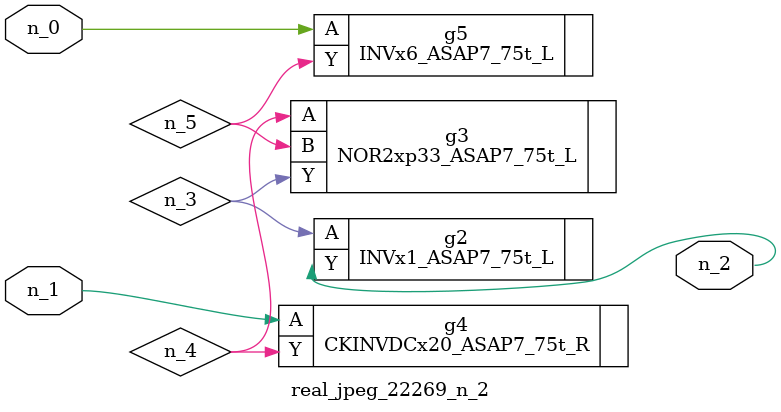
<source format=v>
module real_jpeg_22269_n_2 (n_1, n_0, n_2);

input n_1;
input n_0;

output n_2;

wire n_5;
wire n_4;
wire n_3;

INVx6_ASAP7_75t_L g5 ( 
.A(n_0),
.Y(n_5)
);

CKINVDCx20_ASAP7_75t_R g4 ( 
.A(n_1),
.Y(n_4)
);

INVx1_ASAP7_75t_L g2 ( 
.A(n_3),
.Y(n_2)
);

NOR2xp33_ASAP7_75t_L g3 ( 
.A(n_4),
.B(n_5),
.Y(n_3)
);


endmodule
</source>
